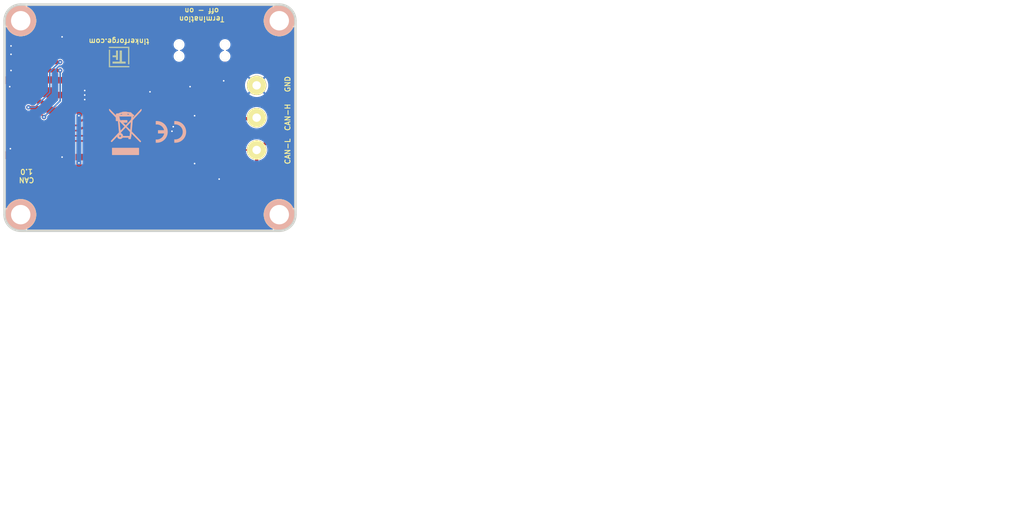
<source format=kicad_pcb>
(kicad_pcb (version 20221018) (generator pcbnew)
  (title_block (title "CAN Bricklet") (date "Di 17 Nov 2015") (rev "1.0") (company "Tinkerforge GmbH") (comment 1 "Licensed under CERN OHL v.1.1") (comment 2 "Copyright (©) 2015, B.Nordmeyer <bastian@tinkerforge.com>"))
  (layers (0 "F.Cu" signal "Vorderseite") (31 "B.Cu" signal "Rückseite") (34 "B.Paste" user) (35 "F.Paste" user) (36 "B.SilkS" user "B.Silkscreen") (37 "F.SilkS" user "F.Silkscreen") (38 "B.Mask" user) (39 "F.Mask" user) (44 "Edge.Cuts" user))
  (net 0 "")
  (net 1 "GND")
  (net 2 "SCL")
  (net 3 "SDA")
  (net 4 "VCC")
  (net 5 "Net-(C1-Pad2)")
  (net 6 "Net-(C8-Pad1)")
  (net 7 "Net-(P1-Pad6)")
  (net 8 "Net-(P1-Pad7)")
  (net 9 "Net-(P1-Pad8)")
  (net 10 "Net-(P1-Pad9)")
  (net 11 "Net-(P1-Pad10)")
  (net 12 "Net-(C1-Pad1)")
  (net 13 "+5V")
  (net 14 "Net-(C6-Pad1)")
  (net 15 "Net-(C11-Pad1)")
  (net 16 "Net-(C12-Pad1)")
  (net 17 "Net-(U2-Pad1)")
  (net 18 "Net-(U2-Pad2)")
  (net 19 "Net-(RP1-Pad1)")
  (net 20 "Net-(RP1-Pad2)")
  (net 21 "Net-(RP1-Pad3)")
  (net 22 "Net-(RP1-Pad4)")
  (net 23 "3V3")
  (net 24 "Net-(K1-Pad2)")
  (net 25 "Net-(R2-Pad1)")
  (net 26 "Net-(R3-Pad2)")
  (net 27 "Net-(R6-Pad2)")
  (net 28 "Net-(K1-Pad3)")
  (net 29 "Net-(U1-Pad7)")
  (net 30 "Net-(U2-Pad3)")
  (net 31 "Net-(U2-Pad4)")
  (net 32 "Net-(U2-Pad5)")
  (net 33 "Net-(U2-Pad6)")
  (net 34 "Net-(U2-Pad10)")
  (net 35 "Net-(U2-Pad11)")
  (net 36 "Net-(U2-Pad12)")
  (footprint "kicad-libraries:Logo_31x31" (layer "F.Cu") (at 144.6 92.8 180)
    (fp_text reference "G***" hide)
    (fp_text value "Logo_31x31" hide)
  )
  (footprint "kicad-libraries:Fiducial_Mark" (layer "F.Cu") (at 132.8 85.6)
    (fp_text reference "Fiducial_Mark" hide)
    (fp_text value "VAL**" hide)
    (pad "1" smd circle (at 0 0) (size 1.00076 1.00076) (layers "F.Cu" "F.Paste" "F.Mask") (clearance 0.65024))
  )
  (footprint "kicad-libraries:Fiducial_Mark" (layer "F.Cu") (at 167.8 110.6)
    (fp_text reference "Fiducial_Mark" hide)
    (fp_text value "VAL**" hide)
    (pad "1" smd circle (at 0 0) (size 1.00076 1.00076) (layers "F.Cu" "F.Paste" "F.Mask") (clearance 0.65024))
  )
  (footprint "kicad-libraries:Fiducial_Mark" (layer "F.Cu") (at 164.4 87.8)
    (fp_text reference "Fiducial_Mark" hide)
    (fp_text value "VAL**" hide)
    (pad "1" smd circle (at 0 0) (size 1.00076 1.00076) (layers "F.Cu" "F.Paste" "F.Mask") (clearance 0.65024))
  )
  (footprint "kicad-libraries:CON-SENSOR" (layer "F.Cu") (at 125.3 100.6 -90)
    (fp_text reference "P1")
    (fp_text value "CON-SENSOR")
    (pad "1" smd rect (at -4.50088 -4.7752 270) (size 0.59944 1.5494) (layers "F.Cu" "F.Paste" "F.Mask") (net 5 "Net-(C1-Pad2)"))
    (pad "2" smd rect (at -3.50012 -4.7752 270) (size 0.59944 1.5494) (layers "F.Cu" "F.Paste" "F.Mask") (net 12 "Net-(C1-Pad1)"))
    (pad "3" smd rect (at -2.49936 -4.7752 270) (size 0.59944 1.5494) (layers "F.Cu" "F.Paste" "F.Mask") (net 23 "3V3"))
    (pad "4" smd rect (at -1.50114 -4.7752 270) (size 0.59944 1.5494) (layers "F.Cu" "F.Paste" "F.Mask") (net 2 "SCL"))
    (pad "5" smd rect (at -0.50038 -4.7752 270) (size 0.59944 1.5494) (layers "F.Cu" "F.Paste" "F.Mask") (net 3 "SDA"))
    (pad "6" smd rect (at 0.50038 -4.7752 270) (size 0.59944 1.5494) (layers "F.Cu" "F.Paste" "F.Mask") (net 7 "Net-(P1-Pad6)"))
    (pad "7" smd rect (at 1.50114 -4.7752 270) (size 0.59944 1.5494) (layers "F.Cu" "F.Paste" "F.Mask") (net 8 "Net-(P1-Pad7)"))
    (pad "8" smd rect (at 2.49936 -4.7752 270) (size 0.59944 1.5494) (layers "F.Cu" "F.Paste" "F.Mask") (net 9 "Net-(P1-Pad8)"))
    (pad "9" smd rect (at 3.50012 -4.7752 270) (size 0.59944 1.5494) (layers "F.Cu" "F.Paste" "F.Mask") (net 10 "Net-(P1-Pad9)"))
    (pad "10" smd rect (at 4.50088 -4.7752 270) (size 0.59944 1.5494) (layers "F.Cu" "F.Paste" "F.Mask") (net 11 "Net-(P1-Pad10)"))
    (pad "EP" smd rect (at -5.79882 -0.89916 270) (size 1.19888 1.80086) (layers "F.Cu" "F.Paste" "F.Mask") (net 1 "GND"))
    (pad "EP" smd rect (at 5.79882 -0.89916 270) (size 1.19888 1.80086) (layers "F.Cu" "F.Paste" "F.Mask") (net 1 "GND"))
  )
  (footprint "kicad-libraries:0603X4" (layer "F.Cu") (at 134.5 103 -90)
    (fp_text reference "RP1")
    (fp_text value "100")
    (pad "1" smd rect (at 1.19888 -0.8509 270) (size 0.44958 0.89916) (layers "F.Cu" "F.Paste" "F.Mask") (net 19 "Net-(RP1-Pad1)"))
    (pad "2" smd rect (at 0.39878 -0.8509 270) (size 0.44958 0.89916) (layers "F.Cu" "F.Paste" "F.Mask") (net 20 "Net-(RP1-Pad2)"))
    (pad "3" smd rect (at -0.39878 -0.8509 270) (size 0.44958 0.89916) (layers "F.Cu" "F.Paste" "F.Mask") (net 21 "Net-(RP1-Pad3)"))
    (pad "4" smd rect (at -1.19888 -0.8509 270) (size 0.44958 0.89916) (layers "F.Cu" "F.Paste" "F.Mask") (net 22 "Net-(RP1-Pad4)"))
    (pad "5" smd rect (at -1.19888 0.8509 270) (size 0.44958 0.89916) (layers "F.Cu" "F.Paste" "F.Mask") (net 8 "Net-(P1-Pad7)"))
    (pad "6" smd rect (at -0.39878 0.8509 270) (size 0.44958 0.89916) (layers "F.Cu" "F.Paste" "F.Mask") (net 9 "Net-(P1-Pad8)"))
    (pad "7" smd rect (at 0.39878 0.8509 270) (size 0.44958 0.89916) (layers "F.Cu" "F.Paste" "F.Mask") (net 10 "Net-(P1-Pad9)"))
    (pad "8" smd rect (at 1.19888 0.8509 270) (size 0.44958 0.89916) (layers "F.Cu" "F.Paste" "F.Mask") (net 11 "Net-(P1-Pad10)"))
  )
  (footprint "kicad-libraries:SOIC8" (layer "F.Cu") (at 130.1 91.4 -90)
    (fp_text reference "U1")
    (fp_text value "M24C64")
    (pad "1" smd rect (at -1.90246 2.69748 90) (size 0.59944 1.5494) (layers "F.Cu" "F.Paste" "F.Mask") (net 1 "GND"))
    (pad "2" smd rect (at -0.63246 2.69748 90) (size 0.59944 1.5494) (layers "F.Cu" "F.Paste" "F.Mask") (net 1 "GND"))
    (pad "3" smd rect (at 0.63246 2.69748 90) (size 0.59944 1.5494) (layers "F.Cu" "F.Paste" "F.Mask") (net 7 "Net-(P1-Pad6)"))
    (pad "4" smd rect (at 1.90246 2.69748 90) (size 0.59944 1.5494) (layers "F.Cu" "F.Paste" "F.Mask") (net 1 "GND"))
    (pad "5" smd rect (at 1.90246 -2.69748 270) (size 0.59944 1.5494) (layers "F.Cu" "F.Paste" "F.Mask") (net 3 "SDA"))
    (pad "6" smd rect (at 0.63246 -2.69748 270) (size 0.59944 1.5494) (layers "F.Cu" "F.Paste" "F.Mask") (net 2 "SCL"))
    (pad "7" smd rect (at -0.63246 -2.69748 270) (size 0.59944 1.5494) (layers "F.Cu" "F.Paste" "F.Mask") (net 29 "Net-(U1-Pad7)"))
    (pad "8" smd rect (at -1.90246 -2.69748 270) (size 0.59944 1.5494) (layers "F.Cu" "F.Paste" "F.Mask") (net 23 "3V3"))
  )
  (footprint "kicad-libraries:SOIC-18" (layer "F.Cu") (at 144.4 101.7 180)
    (fp_text reference "U2")
    (fp_text value "MCP2515")
    (pad "1" smd rect (at -4.7 -5.08 180) (size 2 0.6) (layers "F.Cu" "F.Paste" "F.Mask") (net 17 "Net-(U2-Pad1)"))
    (pad "2" smd rect (at -4.7 -3.81 180) (size 2 0.6) (layers "F.Cu" "F.Paste" "F.Mask") (net 18 "Net-(U2-Pad2)"))
    (pad "3" smd rect (at -4.7 -2.54 180) (size 2 0.6) (layers "F.Cu" "F.Paste" "F.Mask") (net 30 "Net-(U2-Pad3)"))
    (pad "4" smd rect (at -4.7 -1.27 180) (size 2 0.6) (layers "F.Cu" "F.Paste" "F.Mask") (net 31 "Net-(U2-Pad4)"))
    (pad "5" smd rect (at -4.7 0 180) (size 2 0.6) (layers "F.Cu" "F.Paste" "F.Mask") (net 32 "Net-(U2-Pad5)"))
    (pad "6" smd rect (at -4.7 1.27 180) (size 2 0.6) (layers "F.Cu" "F.Paste" "F.Mask") (net 33 "Net-(U2-Pad6)"))
    (pad "7" smd rect (at -4.7 2.54 180) (size 2 0.6) (layers "F.Cu" "F.Paste" "F.Mask") (net 14 "Net-(C6-Pad1)"))
    (pad "8" smd rect (at -4.7 3.81 180) (size 2 0.6) (layers "F.Cu" "F.Paste" "F.Mask") (net 6 "Net-(C8-Pad1)"))
    (pad "9" smd rect (at -4.7 5.08 180) (size 2 0.6) (layers "F.Cu" "F.Paste" "F.Mask") (net 1 "GND"))
    (pad "10" smd rect (at 4.7 5.08 180) (size 2 0.6) (layers "F.Cu" "F.Paste" "F.Mask") (net 34 "Net-(U2-Pad10)"))
    (pad "11" smd rect (at 4.7 3.81 180) (size 2 0.6) (layers "F.Cu" "F.Paste" "F.Mask") (net 35 "Net-(U2-Pad11)"))
    (pad "12" smd rect (at 4.7 2.54 180) (size 2 0.6) (layers "F.Cu" "F.Paste" "F.Mask") (net 36 "Net-(U2-Pad12)"))
    (pad "13" smd rect (at 4.7 1.27 180) (size 2 0.6) (layers "F.Cu" "F.Paste" "F.Mask") (net 22 "Net-(RP1-Pad4)"))
    (pad "14" smd rect (at 4.7 0 180) (size 2 0.6) (layers "F.Cu" "F.Paste" "F.Mask") (net 21 "Net-(RP1-Pad3)"))
    (pad "15" smd rect (at 4.7 -1.27 180) (size 2 0.6) (layers "F.Cu" "F.Paste" "F.Mask") (net 20 "Net-(RP1-Pad2)"))
    (pad "16" smd rect (at 4.7 -2.54 180) (size 2 0.6) (layers "F.Cu" "F.Paste" "F.Mask") (net 19 "Net-(RP1-Pad1)"))
    (pad "17" smd rect (at 4.7 -3.81 180) (size 2 0.6) (layers "F.Cu" "F.Paste" "F.Mask") (net 25 "Net-(R2-Pad1)"))
    (pad "18" smd rect (at 4.7 -5.08 180) (size 2 0.6) (layers "F.Cu" "F.Paste" "F.Mask") (net 4 "VCC"))
  )
  (footprint "kicad-libraries:SOIC8" (layer "F.Cu") (at 155.5 104.4 -90)
    (fp_text reference "U3")
    (fp_text value "MCP2562")
    (pad "1" smd rect (at -1.90246 2.69748 90) (size 0.59944 1.5494) (layers "F.Cu" "F.Paste" "F.Mask") (net 17 "Net-(U2-Pad1)"))
    (pad "2" smd rect (at -0.63246 2.69748 90) (size 0.59944 1.5494) (layers "F.Cu" "F.Paste" "F.Mask") (net 1 "GND"))
    (pad "3" smd rect (at 0.63246 2.69748 90) (size 0.59944 1.5494) (layers "F.Cu" "F.Paste" "F.Mask") (net 13 "+5V"))
    (pad "4" smd rect (at 1.90246 2.69748 90) (size 0.59944 1.5494) (layers "F.Cu" "F.Paste" "F.Mask") (net 18 "Net-(U2-Pad2)"))
    (pad "5" smd rect (at 1.90246 -2.69748 270) (size 0.59944 1.5494) (layers "F.Cu" "F.Paste" "F.Mask") (net 4 "VCC"))
    (pad "6" smd rect (at 0.63246 -2.69748 270) (size 0.59944 1.5494) (layers "F.Cu" "F.Paste" "F.Mask") (net 28 "Net-(K1-Pad3)"))
    (pad "7" smd rect (at -0.63246 -2.69748 270) (size 0.59944 1.5494) (layers "F.Cu" "F.Paste" "F.Mask") (net 24 "Net-(K1-Pad2)"))
    (pad "8" smd rect (at -1.90246 -2.69748 270) (size 0.59944 1.5494) (layers "F.Cu" "F.Paste" "F.Mask") (net 26 "Net-(R3-Pad2)"))
  )
  (footprint "kicad-libraries:DRILL_NP" (layer "F.Cu") (at 167.8 115.6 90)
    (fp_text reference "U4" hide)
    (fp_text value "DRILL" hide)
    (pad "" np_thru_hole circle (at 0 0 90) (size 2.99974 2.99974) (drill 2.99974) (layers "*.Cu" "*.Mask" "F.SilkS") (clearance 0.89916))
  )
  (footprint "kicad-libraries:DRILL_NP" (layer "F.Cu") (at 167.8 85.6)
    (fp_text reference "U5" hide)
    (fp_text value "DRILL" hide)
    (pad "" np_thru_hole circle (at 0 0) (size 2.99974 2.99974) (drill 2.99974) (layers "*.Cu" "*.Mask" "F.SilkS") (clearance 0.89916))
  )
  (footprint "kicad-libraries:DRILL_NP" (layer "F.Cu") (at 127.8 115.6 90)
    (fp_text reference "U6" hide)
    (fp_text value "DRILL" hide)
    (pad "" np_thru_hole circle (at 0 0 90) (size 2.99974 2.99974) (drill 2.99974) (layers "*.Cu" "*.Mask" "F.SilkS") (clearance 0.89916))
  )
  (footprint "kicad-libraries:DRILL_NP" (layer "F.Cu") (at 127.8 85.6)
    (fp_text reference "U7" hide)
    (fp_text value "DRILL" hide)
    (pad "" np_thru_hole circle (at 0 0) (size 2.99974 2.99974) (drill 2.99974) (layers "*.Cu" "*.Mask" "F.SilkS") (clearance 0.89916))
  )
  (footprint "kicad-libraries:CRYSTAL_3225" (layer "F.Cu") (at 152.2 98.5 90)
    (fp_text reference "X1")
    (fp_text value "16MHz")
    (pad "1" smd rect (at -1.09982 0.8001 90) (size 1.39954 1.15062) (layers "F.Cu" "F.Paste" "F.Mask") (net 14 "Net-(C6-Pad1)"))
    (pad "2" smd rect (at 1.09982 -0.8001 90) (size 1.39954 1.15062) (layers "F.Cu" "F.Paste" "F.Mask") (net 6 "Net-(C8-Pad1)"))
    (pad "3" smd rect (at -1.09982 -0.8001 90) (size 1.39954 1.15062) (layers "F.Cu" "F.Paste" "F.Mask") (net 1 "GND"))
    (pad "3" smd rect (at 1.09982 0.8001 90) (size 1.39954 1.15062) (layers "F.Cu" "F.Paste" "F.Mask") (net 1 "GND"))
  )
  (footprint "kicad-libraries:SLIDE_SWITCH" (layer "F.Cu") (at 155.8 90.2)
    (fp_text reference "SW1")
    (fp_text value "Termination")
    (pad "" np_thru_hole circle (at -3.5 -0.9) (size 1.2 1.2) (drill 1.2) (layers "*.Cu" "*.Mask" "F.SilkS"))
    (pad "" np_thru_hole circle (at -3.5 0.9) (size 1.2 1.2) (drill 1.2) (layers "*.Cu" "*.Mask" "F.SilkS"))
    (pad "" np_thru_hole circle (at 3.6 -0.9) (size 1.2 1.2) (drill 1.2) (layers "*.Cu" "*.Mask" "F.SilkS"))
    (pad "" np_thru_hole circle (at 3.6 0.9) (size 1.2 1.2) (drill 1.2) (layers "*.Cu" "*.Mask" "F.SilkS"))
    (pad "1" smd rect (at -2.49936 3.2004) (size 1.19888 1.6002) (layers "F.Cu" "F.Paste" "F.Mask") (net 24 "Net-(K1-Pad2)"))
    (pad "2" smd rect (at 0 3.2004) (size 1.19888 1.6002) (layers "F.Cu" "F.Paste" "F.Mask") (net 27 "Net-(R6-Pad2)"))
    (pad "3" smd rect (at 2.49936 3.2004) (size 1.19888 1.6002) (layers "F.Cu" "F.Paste" "F.Mask"))
    (pad "4" smd rect (at 2.49936 -3.2004) (size 1.19888 1.6002) (layers "F.Cu" "F.Paste" "F.Mask"))
    (pad "5" smd rect (at 0 -3.2004) (size 1.19888 1.6002) (layers "F.Cu" "F.Paste" "F.Mask"))
    (pad "6" smd rect (at -2.49936 -3.2004) (size 1.19888 1.6002) (layers "F.Cu" "F.Paste" "F.Mask"))
  )
  (footprint "kicad-libraries:C0603E" (layer "F.Cu") (at 132.3 95.6 90)
    (fp_text reference "C1")
    (fp_text value "100nF")
    (pad "1" smd rect (at -0.8501 0 90) (size 1.1 1) (layers "F.Cu" "F.Paste" "F.Mask") (net 12 "Net-(C1-Pad1)"))
    (pad "2" smd rect (at 0.8501 0 90) (size 1.1 1) (layers "F.Cu" "F.Paste" "F.Mask") (net 5 "Net-(C1-Pad2)"))
  )
  (footprint "kicad-libraries:C0603E" (layer "F.Cu") (at 132.3 98.6 -90)
    (fp_text reference "C2")
    (fp_text value "100nF")
    (pad "1" smd rect (at -0.8501 0 270) (size 1.1 1) (layers "F.Cu" "F.Paste" "F.Mask") (net 12 "Net-(C1-Pad1)"))
    (pad "2" smd rect (at 0.8501 0 270) (size 1.1 1) (layers "F.Cu" "F.Paste" "F.Mask") (net 23 "3V3"))
  )
  (footprint "kicad-libraries:C0603E" (layer "F.Cu") (at 136.9 95.6 90)
    (fp_text reference "C3")
    (fp_text value "100nF")
    (pad "1" smd rect (at -0.8501 0 90) (size 1.1 1) (layers "F.Cu" "F.Paste" "F.Mask") (net 1 "GND"))
    (pad "2" smd rect (at 0.8501 0 90) (size 1.1 1) (layers "F.Cu" "F.Paste" "F.Mask") (net 13 "+5V"))
  )
  (footprint "kicad-libraries:C0603E" (layer "F.Cu") (at 136.9 98.6 -90)
    (fp_text reference "C4")
    (fp_text value "100nF")
    (pad "1" smd rect (at -0.8501 0 270) (size 1.1 1) (layers "F.Cu" "F.Paste" "F.Mask") (net 1 "GND"))
    (pad "2" smd rect (at 0.8501 0 270) (size 1.1 1) (layers "F.Cu" "F.Paste" "F.Mask") (net 4 "VCC"))
  )
  (footprint "kicad-libraries:C0603E" (layer "F.Cu") (at 136 106.7 180)
    (fp_text reference "C5")
    (fp_text value "100nF")
    (pad "1" smd rect (at -0.8501 0 180) (size 1.1 1) (layers "F.Cu" "F.Paste" "F.Mask") (net 4 "VCC"))
    (pad "2" smd rect (at 0.8501 0 180) (size 1.1 1) (layers "F.Cu" "F.Paste" "F.Mask") (net 1 "GND"))
  )
  (footprint "kicad-libraries:C0603E" (layer "F.Cu") (at 152.2 101.2 180)
    (fp_text reference "C6")
    (fp_text value "DNP")
    (pad "1" smd rect (at -0.8501 0 180) (size 1.1 1) (layers "F.Cu" "F.Paste" "F.Mask") (net 14 "Net-(C6-Pad1)"))
    (pad "2" smd rect (at 0.8501 0 180) (size 1.1 1) (layers "F.Cu" "F.Paste" "F.Mask") (net 1 "GND"))
  )
  (footprint "kicad-libraries:C0603E" (layer "F.Cu") (at 132.4 88.1)
    (fp_text reference "C7")
    (fp_text value "100nF")
    (pad "1" smd rect (at -0.8501 0) (size 1.1 1) (layers "F.Cu" "F.Paste" "F.Mask") (net 23 "3V3"))
    (pad "2" smd rect (at 0.8501 0) (size 1.1 1) (layers "F.Cu" "F.Paste" "F.Mask") (net 1 "GND"))
  )
  (footprint "kicad-libraries:C0603E" (layer "F.Cu") (at 152.2 95.8)
    (fp_text reference "C8")
    (fp_text value "DNP")
    (pad "1" smd rect (at -0.8501 0) (size 1.1 1) (layers "F.Cu" "F.Paste" "F.Mask") (net 6 "Net-(C8-Pad1)"))
    (pad "2" smd rect (at 0.8501 0) (size 1.1 1) (layers "F.Cu" "F.Paste" "F.Mask") (net 1 "GND"))
  )
  (footprint "kicad-libraries:C0603E" (layer "F.Cu") (at 156.6 107.7 180)
    (fp_text reference "C9")
    (fp_text value "100nF")
    (pad "1" smd rect (at -0.8501 0 180) (size 1.1 1) (layers "F.Cu" "F.Paste" "F.Mask") (net 4 "VCC"))
    (pad "2" smd rect (at 0.8501 0 180) (size 1.1 1) (layers "F.Cu" "F.Paste" "F.Mask") (net 1 "GND"))
  )
  (footprint "kicad-libraries:C0603E" (layer "F.Cu") (at 151.2 104.4 90)
    (fp_text reference "C10")
    (fp_text value "100nF")
    (pad "1" smd rect (at -0.8501 0 90) (size 1.1 1) (layers "F.Cu" "F.Paste" "F.Mask") (net 13 "+5V"))
    (pad "2" smd rect (at 0.8501 0 90) (size 1.1 1) (layers "F.Cu" "F.Paste" "F.Mask") (net 1 "GND"))
  )
  (footprint "kicad-libraries:C0603E" (layer "F.Cu") (at 134.6 94.8)
    (fp_text reference "FB1")
    (fp_text value "FILTER")
    (pad "1" smd rect (at -0.8501 0) (size 1.1 1) (layers "F.Cu" "F.Paste" "F.Mask") (net 5 "Net-(C1-Pad2)"))
    (pad "2" smd rect (at 0.8501 0) (size 1.1 1) (layers "F.Cu" "F.Paste" "F.Mask") (net 13 "+5V"))
  )
  (footprint "kicad-libraries:C0603E" (layer "F.Cu") (at 134.6 99.4)
    (fp_text reference "FB2")
    (fp_text value "FILTER")
    (pad "1" smd rect (at -0.8501 0) (size 1.1 1) (layers "F.Cu" "F.Paste" "F.Mask") (net 23 "3V3"))
    (pad "2" smd rect (at 0.8501 0) (size 1.1 1) (layers "F.Cu" "F.Paste" "F.Mask") (net 4 "VCC"))
  )
  (footprint "kicad-libraries:AKL_5_3" (layer "F.Cu") (at 164.3 100.6 -90)
    (fp_text reference "K1")
    (fp_text value "CONN_3")
    (pad "1" thru_hole circle (at -5 0 270) (size 2.99974 2.99974) (drill 1.30048) (layers "*.Cu" "*.Mask" "F.SilkS") (net 1 "GND"))
    (pad "2" thru_hole circle (at 0 0 270) (size 2.99974 2.99974) (drill 1.30048) (layers "*.Cu" "*.Mask" "F.SilkS") (net 24 "Net-(K1-Pad2)"))
    (pad "3" thru_hole circle (at 5 0 270) (size 2.99974 2.99974) (drill 1.30048) (layers "*.Cu" "*.Mask" "F.SilkS") (net 28 "Net-(K1-Pad3)"))
  )
  (footprint "kicad-libraries:R0603E" (layer "F.Cu") (at 134.6 97.1 180)
    (fp_text reference "R1")
    (fp_text value "0")
    (pad "1" smd rect (at -0.8501 0 180) (size 1.1 1) (layers "F.Cu" "F.Paste" "F.Mask") (net 1 "GND"))
    (pad "2" smd rect (at 0.8501 0 180) (size 1.1 1) (layers "F.Cu" "F.Paste" "F.Mask") (net 12 "Net-(C1-Pad1)"))
  )
  (footprint "kicad-libraries:R0603E" (layer "F.Cu") (at 140.5 108.7 180)
    (fp_text reference "R2")
    (fp_text value "10k")
    (pad "1" smd rect (at -0.8501 0 180) (size 1.1 1) (layers "F.Cu" "F.Paste" "F.Mask") (net 25 "Net-(R2-Pad1)"))
    (pad "2" smd rect (at 0.8501 0 180) (size 1.1 1) (layers "F.Cu" "F.Paste" "F.Mask") (net 4 "VCC"))
  )
  (footprint "kicad-libraries:R0603E" (layer "F.Cu") (at 155.5 101.2)
    (fp_text reference "R3")
    (fp_text value "1k")
    (pad "1" smd rect (at -0.8501 0) (size 1.1 1) (layers "F.Cu" "F.Paste" "F.Mask") (net 1 "GND"))
    (pad "2" smd rect (at 0.8501 0) (size 1.1 1) (layers "F.Cu" "F.Paste" "F.Mask") (net 26 "Net-(R3-Pad2)"))
  )
  (footprint "kicad-libraries:R0603E" (layer "F.Cu") (at 163.5 110.1)
    (fp_text reference "R4")
    (fp_text value "120")
    (pad "1" smd rect (at -0.8501 0) (size 1.1 1) (layers "F.Cu" "F.Paste" "F.Mask") (net 15 "Net-(C11-Pad1)"))
    (pad "2" smd rect (at 0.8501 0) (size 1.1 1) (layers "F.Cu" "F.Paste" "F.Mask") (net 28 "Net-(K1-Pad3)"))
  )
  (footprint "kicad-libraries:R0603E" (layer "F.Cu") (at 159.2 99.9 -90)
    (fp_text reference "R5")
    (fp_text value "120")
    (pad "1" smd rect (at -0.8501 0 270) (size 1.1 1) (layers "F.Cu" "F.Paste" "F.Mask") (net 16 "Net-(C12-Pad1)"))
    (pad "2" smd rect (at 0.8501 0 270) (size 1.1 1) (layers "F.Cu" "F.Paste" "F.Mask") (net 24 "Net-(K1-Pad2)"))
  )
  (footprint "kicad-libraries:R0603E" (layer "F.Cu") (at 163.7 91.8 180)
    (fp_text reference "R6")
    (fp_text value "120")
    (pad "1" smd rect (at -0.8501 0 180) (size 1.1 1) (layers "F.Cu" "F.Paste" "F.Mask") (net 28 "Net-(K1-Pad3)"))
    (pad "2" smd rect (at 0.8501 0 180) (size 1.1 1) (layers "F.Cu" "F.Paste" "F.Mask") (net 27 "Net-(R6-Pad2)"))
  )
  (footprint "kicad-libraries:C0603E" (layer "F.Cu") (at 160.3 110.1 180)
    (fp_text reference "C11")
    (fp_text value "470pF")
    (pad "1" smd rect (at -0.8501 0 180) (size 1.1 1) (layers "F.Cu" "F.Paste" "F.Mask") (net 15 "Net-(C11-Pad1)"))
    (pad "2" smd rect (at 0.8501 0 180) (size 1.1 1) (layers "F.Cu" "F.Paste" "F.Mask") (net 1 "GND"))
  )
  (footprint "kicad-libraries:C0603E" (layer "F.Cu") (at 159.2 96.7 90)
    (fp_text reference "C12")
    (fp_text value "470pF")
    (pad "1" smd rect (at -0.8501 0 90) (size 1.1 1) (layers "F.Cu" "F.Paste" "F.Mask") (net 16 "Net-(C12-Pad1)"))
    (pad "2" smd rect (at 0.8501 0 90) (size 1.1 1) (layers "F.Cu" "F.Paste" "F.Mask") (net 1 "GND"))
  )
  (footprint "kicad-libraries:WEEE_7mm" (layer "B.Cu") (at 144 102.8 180)
    (fp_text reference "VAL" hide)
    (fp_text value "WEEE_7mm" hide)
  )
  (footprint "kicad-libraries:CE_5mm" (layer "B.Cu") (at 151 102.8 180)
    (fp_text reference "VAL" hide)
    (fp_text value "CE_5mm" hide)
  )
  (gr_line (start 170.3 85.6) (end 170.3 115.6) (stroke (width 0.381)) (layer "Edge.Cuts"))
  (gr_arc (start 170.3 115.6) (mid 169.567767 117.367767) (end 167.8 118.1) (stroke (width 0.381)) (layer "Edge.Cuts"))
  (gr_arc (start 125.3 85.6) (mid 126.032233 83.832233) (end 127.8 83.1) (stroke (width 0.381)) (layer "Edge.Cuts"))
  (gr_arc (start 127.8 118.1) (mid 126.032233 117.367767) (end 125.3 115.6) (stroke (width 0.381)) (layer "Edge.Cuts"))
  (gr_arc (start 167.8 83.1) (mid 169.567767 83.832233) (end 170.3 85.6) (stroke (width 0.381)) (layer "Edge.Cuts"))
  (gr_line (start 167.8 118.1) (end 127.8 118.1) (stroke (width 0.381)) (layer "Edge.Cuts"))
  (gr_line (start 127.8 83.1) (end 167.8 83.1) (stroke (width 0.381)) (layer "Edge.Cuts"))
  (gr_line (start 125.3 115.6) (end 125.3 85.6) (stroke (width 0.381)) (layer "Edge.Cuts"))
  (gr_text "CAN\n1.0" (at 128.7 109.6 180) (layer "F.SilkS") (effects (font (size 0.8001 0.8001) (thickness 0.14986))))
  (gr_text "CAN-L  CAN-H   GND" (at 169.1 101 90) (layer "F.SilkS") (effects (font (size 0.8 0.8))))
  (gr_text "tinkerforge.com" (at 143 88.8 180) (layer "F.SilkS") (effects (font (size 0.8001 0.8001) (thickness 0.14986))))
  (gr_text "Termination\noff - on" (at 155.8 84.7 180) (layer "F.SilkS") (effects (font (size 0.8 0.8))))
  (segment (start 136.9 97.1) (end 137.7 97.1) (width 0.8001) (layer "F.Cu") (net 1))
  (segment (start 137.6499 96.4501) (end 137.7 96.4) (width 0.249) (layer "F.Cu") (net 1))
  (segment (start 137 97.1) (end 137.7 97.8) (width 0.8001) (layer "F.Cu") (net 1))
  (segment (start 147.82 96.62) (end 147.8 96.6) (width 0.5) (layer "F.Cu") (net 1))
  (segment (start 153.0001 95.85) (end 153.0501 95.8) (width 0.5) (layer "F.Cu") (net 1))
  (segment (start 151.3499 99.64982) (end 151.3999 99.59982) (width 0.5) (layer "F.Cu") (net 1))
  (segment (start 151.3499 101.9499) (end 151.4 102) (width 0.5) (layer "F.Cu") (net 1))
  (segment (start 151.41764 103.76754) (end 151.2 103.5499) (width 0.5) (layer "F.Cu") (net 1))
  (segment (start 154.6499 100.3501) (end 154.7 100.3) (width 0.5) (layer "F.Cu") (net 1))
  (segment (start 126.19916 105.40084) (end 126.2 105.4) (width 0.25) (layer "F.Cu") (net 1))
  (segment (start 126.19916 95.70084) (end 126.1 95.8) (width 0.25) (layer "F.Cu") (net 1))
  (segment (start 126.30246 93.30246) (end 126.3 93.3) (width 0.25) (layer "F.Cu") (net 1))
  (segment (start 126.33246 90.76754) (end 126.3 90.8) (width 0.25) (layer "F.Cu") (net 1))
  (segment (start 126.30246 89.49754) (end 126.3 89.5) (width 0.25) (layer "F.Cu") (net 1))
  (segment (start 127.40252 90.76754) (end 126.33246 90.76754) (width 0.25) (layer "F.Cu") (net 1))
  (segment (start 136.9 97.1) (end 136.9 96.4501) (width 0.249) (layer "F.Cu") (net 1))
  (segment (start 133.2501 88.1) (end 134.2 88.1) (width 0.25) (layer "F.Cu") (net 1))
  (segment (start 126.19916 106.39882) (end 126.19916 105.40084) (width 0.25) (layer "F.Cu") (net 1))
  (segment (start 136.9 96.4501) (end 137.6499 96.4501) (width 0.8001) (layer "F.Cu") (net 1))
  (segment (start 127.40252 93.30246) (end 126.30246 93.30246) (width 0.25) (layer "F.Cu") (net 1))
  (segment (start 126.19916 94.80118) (end 126.19916 95.70084) (width 0.25) (layer "F.Cu") (net 1))
  (segment (start 159.4499 110.1) (end 158.5 110.1) (width 0.5) (layer "F.Cu") (net 1))
  (segment (start 136.9 97.1) (end 137 97.1) (width 0.249) (layer "F.Cu") (net 1))
  (segment (start 149.1 96.62) (end 147.82 96.62) (width 0.5) (layer "F.Cu") (net 1))
  (segment (start 154.6499 101.2) (end 154.6499 100.3501) (width 0.5) (layer "F.Cu") (net 1))
  (segment (start 153.0001 97.40018) (end 153.0001 95.85) (width 0.5) (layer "F.Cu") (net 1))
  (segment (start 136.9 97.1) (end 136.9 97.7499) (width 0.249) (layer "F.Cu") (net 1))
  (segment (start 153.0501 95.8) (end 154 95.8) (width 0.5) (layer "F.Cu") (net 1))
  (segment (start 152.80252 103.76754) (end 151.41764 103.76754) (width 0.5) (layer "F.Cu") (net 1))
  (segment (start 151.3499 101.2) (end 151.3499 101.9499) (width 0.5) (layer "F.Cu") (net 1))
  (segment (start 135.4501 97.1) (end 136.9 97.1) (width 0.8001) (layer "F.Cu") (net 1))
  (segment (start 151.3499 101.2) (end 151.3499 99.64982) (width 0.5) (layer "F.Cu") (net 1))
  (segment (start 155.7499 107.7) (end 154.7 107.7) (width 0.5) (layer "F.Cu") (net 1))
  (segment (start 135.1499 106.7) (end 134.2 106.7) (width 0.5) (layer "F.Cu") (net 1))
  (segment (start 151.2 103.5499) (end 151.2 102.7) (width 0.5) (layer "F.Cu") (net 1))
  (segment (start 159.2 95.8499) (end 159.2 94.9) (width 0.5) (layer "F.Cu") (net 1))
  (segment (start 127.40252 89.49754) (end 126.30246 89.49754) (width 0.25) (layer "F.Cu") (net 1))
  (via (at 154 95.8) (size 0.70104) (drill 0.24892) (layers "F.Cu" "B.Cu") (net 1))
  (via (at 126.3 90.8) (size 0.70104) (drill 0.24892) (layers "F.Cu" "B.Cu") (net 1))
  (via (at 159.2 94.9) (size 0.70104) (drill 0.24892) (layers "F.Cu" "B.Cu") (net 1))
  (via (at 158.5 110.1) (size 0.70104) (drill 0.24892) (layers "F.Cu" "B.Cu") (net 1))
  (via (at 126.1 95.8) (size 0.70104) (drill 0.24892) (layers "F.Cu" "B.Cu") (net 1))
  (via (at 126.3 93.3) (size 0.70104) (drill 0.24892) (layers "F.Cu" "B.Cu") (net 1))
  (via (at 154.7 107.7) (size 0.70104) (drill 0.24892) (layers "F.Cu" "B.Cu") (net 1))
  (via (at 137.7 97.8) (size 0.70104) (drill 0.24892) (layers "F.Cu" "B.Cu") (net 1))
  (via (at 126.2 105.4) (size 0.70104) (drill 0.24892) (layers "F.Cu" "B.Cu") (net 1))
  (via (at 151.2 102.7) (size 0.70104) (drill 0.24892) (layers "F.Cu" "B.Cu") (net 1))
  (via (at 151.4 102) (size 0.70104) (drill 0.24892) (layers "F.Cu" "B.Cu") (net 1))
  (via (at 147.8 96.6) (size 0.70104) (drill 0.24892) (layers "F.Cu" "B.Cu") (net 1))
  (via (at 137.7 97.1) (size 0.70104) (drill 0.24892) (layers "F.Cu" "B.Cu") (net 1))
  (via (at 126.3 89.5) (size 0.70104) (drill 0.24892) (layers "F.Cu" "B.Cu") (net 1))
  (via (at 154.7 100.3) (size 0.70104) (drill 0.24892) (layers "F.Cu" "B.Cu") (net 1))
  (via (at 134.2 106.7) (size 0.70104) (drill 0.24892) (layers "F.Cu" "B.Cu") (net 1))
  (via (at 137.7 96.4) (size 0.70104) (drill 0.24892) (layers "F.Cu" "B.Cu") (net 1))
  (via (at 134.2 88.1) (size 0.70104) (drill 0.24892) (layers "F.Cu" "B.Cu") (net 1))
  (segment (start 133.86754 92.03246) (end 133.9 92) (width 0.25) (layer "F.Cu") (net 2))
  (segment (start 129.09886 99.09886) (end 129 99) (width 0.25) (layer "F.Cu") (net 2))
  (segment (start 132.79748 92.03246) (end 133.86754 92.03246) (width 0.25) (layer "F.Cu") (net 2))
  (segment (start 129.09886 99.09886) (end 130.0752 99.09886) (width 0.25) (layer "F.Cu") (net 2))
  (via (at 133.9 92) (size 0.70104) (drill 0.24892) (layers "F.Cu" "B.Cu") (net 2))
  (via (at 129 99) (size 0.70104) (drill 0.24892) (layers "F.Cu" "B.Cu") (net 2))
  (segment (start 133.8 92) (end 132.3 93.5) (width 0.25) (layer "B.Cu") (net 2))
  (segment (start 132.3 93.5) (end 132.3 96.7) (width 0.25) (layer "B.Cu") (net 2))
  (segment (start 132.3 96.7) (end 130 99) (width 0.25) (layer "B.Cu") (net 2))
  (segment (start 130 99) (end 129 99) (width 0.25) (layer "B.Cu") (net 2))
  (segment (start 133.9 92) (end 133.8 92) (width 0.25) (layer "B.Cu") (net 2))
  (segment (start 133.89754 93.30246) (end 133.9 93.3) (width 0.25) (layer "F.Cu") (net 3))
  (segment (start 130.99962 100.09962) (end 131.4 100.5) (width 0.25) (layer "F.Cu") (net 3))
  (segment (start 130.0752 100.09962) (end 130.99962 100.09962) (width 0.25) (layer "F.Cu") (net 3))
  (segment (start 133.89754 93.30246) (end 132.79748 93.30246) (width 0.25) (layer "F.Cu") (net 3))
  (via (at 131.4 100.5) (size 0.70104) (drill 0.24892) (layers "F.Cu" "B.Cu") (net 3))
  (via (at 133.9 93.3) (size 0.70104) (drill 0.24892) (layers "F.Cu" "B.Cu") (net 3))
  (segment (start 131.4 100.5) (end 133.9 98) (width 0.25) (layer "B.Cu") (net 3))
  (segment (start 133.9 98) (end 133.9 93.3) (width 0.25) (layer "B.Cu") (net 3))
  (segment (start 158.19748 106.50252) (end 157.4501 107.2499) (width 0.249) (layer "F.Cu") (net 4))
  (segment (start 157.4501 107.2499) (end 157.4501 107.7) (width 0.249) (layer "F.Cu") (net 4))
  (segment (start 136.8499 99.4) (end 136.9 99.4501) (width 0.249) (layer "F.Cu") (net 4))
  (segment (start 136.9 100.2) (end 136.8 100.3) (width 0.249) (layer "F.Cu") (net 4))
  (segment (start 136.8 107.6) (end 136.8501 107.5499) (width 0.249) (layer "F.Cu") (net 4))
  (segment (start 136.8501 107.5499) (end 136.8501 106.7) (width 0.249) (layer "F.Cu") (net 4))
  (segment (start 136.9301 106.78) (end 136.8501 106.7) (width 0.249) (layer "F.Cu") (net 4))
  (segment (start 137.9 108.7) (end 136.8 107.6) (width 0.249) (layer "F.Cu") (net 4))
  (segment (start 136.8 109.4) (end 139 111.6) (width 0.8001) (layer "F.Cu") (net 4))
  (segment (start 139 111.6) (end 155.3 111.6) (width 0.8001) (layer "F.Cu") (net 4))
  (segment (start 155.3 111.6) (end 157.4501 109.4499) (width 0.8001) (layer "F.Cu") (net 4))
  (segment (start 157.4501 109.4499) (end 157.4501 107.7) (width 0.8001) (layer "F.Cu") (net 4))
  (segment (start 136.9 99.4501) (end 136.9 100.2) (width 0.8001) (layer "F.Cu") (net 4))
  (segment (start 135.4501 99.4) (end 136.8499 99.4) (width 0.8001) (layer "F.Cu") (net 4))
  (segment (start 136.8 107.6) (end 136.8 109.4) (width 0.8001) (layer "F.Cu") (net 4))
  (segment (start 158.19748 106.30246) (end 158.19748 106.50252) (width 0.249) (layer "F.Cu") (net 4))
  (segment (start 139.7 106.78) (end 136.9301 106.78) (width 0.249) (layer "F.Cu") (net 4))
  (segment (start 139.6499 108.7) (end 137.9 108.7) (width 0.249) (layer "F.Cu") (net 4))
  (via (at 136.8 107.6) (size 0.70104) (drill 0.24892) (layers "F.Cu" "B.Cu") (net 4))
  (via (at 136.8 100.3) (size 0.70104) (drill 0.24892) (layers "F.Cu" "B.Cu") (net 4))
  (segment (start 136.8 100.3) (end 136.8 107.6) (width 0.8001) (layer "B.Cu") (net 4))
  (segment (start 132.3501 94.8) (end 132.3 94.7499) (width 0.249) (layer "F.Cu") (net 5))
  (segment (start 130.80088 96.09912) (end 131.4 95.5) (width 0.59944) (layer "F.Cu") (net 5))
  (segment (start 131.4 95.5) (end 131.4 95.1) (width 0.59944) (layer "F.Cu") (net 5))
  (segment (start 131.4 95.1) (end 131.7501 94.7499) (width 0.59944) (layer "F.Cu") (net 5))
  (segment (start 131.7501 94.7499) (end 132.3 94.7499) (width 0.59944) (layer "F.Cu") (net 5))
  (segment (start 133.7499 94.8) (end 132.3501 94.8) (width 0.8001) (layer "F.Cu") (net 5))
  (segment (start 130.0752 96.09912) (end 130.80088 96.09912) (width 0.249) (layer "F.Cu") (net 5))
  (segment (start 150.31 97.89) (end 150.79982 97.40018) (width 0.249) (layer "F.Cu") (net 6))
  (segment (start 150.79982 97.40018) (end 151.3999 97.40018) (width 0.249) (layer "F.Cu") (net 6))
  (segment (start 151.3999 95.85) (end 151.3499 95.8) (width 0.249) (layer "F.Cu") (net 6))
  (segment (start 151.3999 97.40018) (end 151.3999 95.85) (width 0.249) (layer "F.Cu") (net 6))
  (segment (start 149.1 97.89) (end 150.31 97.89) (width 0.249) (layer "F.Cu") (net 6))
  (segment (start 129.10038 101.10038) (end 128.3 100.3) (width 0.25) (layer "F.Cu") (net 7))
  (segment (start 128.3 100.3) (end 128.3 94.3) (width 0.25) (layer "F.Cu") (net 7))
  (segment (start 128.3 94.3) (end 128.9 93.7) (width 0.25) (layer "F.Cu") (net 7))
  (segment (start 128.9 93.7) (end 128.9 92.6) (width 0.25) (layer "F.Cu") (net 7))
  (segment (start 128.9 92.6) (end 128.33246 92.03246) (width 0.25) (layer "F.Cu") (net 7))
  (segment (start 128.33246 92.03246) (end 127.40252 92.03246) (width 0.25) (layer "F.Cu") (net 7))
  (segment (start 130.0752 101.10038) (end 129.10038 101.10038) (width 0.25) (layer "F.Cu") (net 7))
  (segment (start 131.39886 102.10114) (end 131.69888 101.80112) (width 0.249) (layer "F.Cu") (net 8))
  (segment (start 131.69888 101.80112) (end 133.6491 101.80112) (width 0.249) (layer "F.Cu") (net 8))
  (segment (start 130.0752 102.10114) (end 131.39886 102.10114) (width 0.249) (layer "F.Cu") (net 8))
  (segment (start 131.30064 103.09936) (end 131.79878 102.60122) (width 0.249) (layer "F.Cu") (net 9))
  (segment (start 131.79878 102.60122) (end 133.6491 102.60122) (width 0.249) (layer "F.Cu") (net 9))
  (segment (start 130.0752 103.09936) (end 131.30064 103.09936) (width 0.249) (layer "F.Cu") (net 9))
  (segment (start 131.29988 104.10012) (end 132.00122 103.39878) (width 0.249) (layer "F.Cu") (net 10))
  (segment (start 132.00122 103.39878) (end 133.6491 103.39878) (width 0.249) (layer "F.Cu") (net 10))
  (segment (start 130.0752 104.10012) (end 131.29988 104.10012) (width 0.249) (layer "F.Cu") (net 10))
  (segment (start 131.19912 105.10088) (end 132.10112 104.19888) (width 0.249) (layer "F.Cu") (net 11))
  (segment (start 132.10112 104.19888) (end 133.6491 104.19888) (width 0.249) (layer "F.Cu") (net 11))
  (segment (start 130.0752 105.10088) (end 131.19912 105.10088) (width 0.249) (layer "F.Cu") (net 11))
  (segment (start 133.74978 97.09988) (end 133.7499 97.1) (width 0.249) (layer "F.Cu") (net 12))
  (segment (start 132.3 97.09988) (end 133.74978 97.09988) (width 0.8001) (layer "F.Cu") (net 12))
  (segment (start 132.3 97.09988) (end 132.3 96.4501) (width 0.249) (layer "F.Cu") (net 12))
  (segment (start 132.3 97.09988) (end 132.3 97.7499) (width 0.249) (layer "F.Cu") (net 12))
  (segment (start 130.0752 97.09988) (end 132.3 97.09988) (width 0.59944) (layer "F.Cu") (net 12))
  (segment (start 151.41764 105.03246) (end 151.2 105.2501) (width 0.249) (layer "F.Cu") (net 13))
  (segment (start 150.5501 105.2501) (end 150.2 104.9) (width 0.249) (layer "F.Cu") (net 13))
  (segment (start 150.2 104.9) (end 147.5 104.9) (width 0.249) (layer "F.Cu") (net 13))
  (segment (start 147.5 104.9) (end 144.8 102.2) (width 0.249) (layer "F.Cu") (net 13))
  (segment (start 144.8 102.2) (end 144.8 97.8) (width 0.249) (layer "F.Cu") (net 13))
  (segment (start 144.8 97.8) (end 141.7499 94.7499) (width 0.249) (layer "F.Cu") (net 13))
  (segment (start 141.7499 94.7499) (end 136.9 94.7499) (width 0.249) (layer "F.Cu") (net 13))
  (segment (start 136.8499 94.8) (end 136.9 94.7499) (width 0.249) (layer "F.Cu") (net 13))
  (segment (start 135.4501 94.8) (end 136.8499 94.8) (width 0.8001) (layer "F.Cu") (net 13))
  (segment (start 152.80252 105.03246) (end 151.41764 105.03246) (width 0.249) (layer "F.Cu") (net 13))
  (segment (start 151.2 105.2501) (end 150.5501 105.2501) (width 0.249) (layer "F.Cu") (net 13))
  (segment (start 153.0501 99.64982) (end 153.0001 99.59982) (width 0.249) (layer "F.Cu") (net 14))
  (segment (start 153.0001 99.0001) (end 152.5 98.5) (width 0.249) (layer "F.Cu") (net 14))
  (segment (start 152.5 98.5) (end 150.8 98.5) (width 0.249) (layer "F.Cu") (net 14))
  (segment (start 150.8 98.5) (end 150.14 99.16) (width 0.249) (layer "F.Cu") (net 14))
  (segment (start 150.14 99.16) (end 149.1 99.16) (width 0.249) (layer "F.Cu") (net 14))
  (segment (start 153.0501 101.2) (end 153.0501 99.64982) (width 0.249) (layer "F.Cu") (net 14))
  (segment (start 153.0001 99.59982) (end 153.0001 99.0001) (width 0.249) (layer "F.Cu") (net 14))
  (segment (start 162.6499 110.1) (end 161.1501 110.1) (width 0.5) (layer "F.Cu") (net 15))
  (segment (start 159.2 97.5501) (end 159.2 99.0499) (width 0.5) (layer "F.Cu") (net 16))
  (segment (start 150.18 106.78) (end 150.7 107.3) (width 0.25) (layer "F.Cu") (net 17))
  (segment (start 150.7 107.3) (end 153.5 107.3) (width 0.25) (layer "F.Cu") (net 17))
  (segment (start 153.5 107.3) (end 154.2 106.6) (width 0.25) (layer "F.Cu") (net 17))
  (segment (start 154.2 106.6) (end 154.2 103.2) (width 0.25) (layer "F.Cu") (net 17))
  (segment (start 154.2 103.2) (end 153.49754 102.49754) (width 0.25) (layer "F.Cu") (net 17))
  (segment (start 153.49754 102.49754) (end 152.80252 102.49754) (width 0.25) (layer "F.Cu") (net 17))
  (segment (start 149.1 106.78) (end 150.18 106.78) (width 0.25) (layer "F.Cu") (net 17))
  (segment (start 150.70246 106.30246) (end 149.91 105.51) (width 0.249) (layer "F.Cu") (net 18))
  (segment (start 149.91 105.51) (end 149.1 105.51) (width 0.249) (layer "F.Cu") (net 18))
  (segment (start 152.80252 106.30246) (end 150.70246 106.30246) (width 0.249) (layer "F.Cu") (net 18))
  (segment (start 137.39888 104.19888) (end 137.44 104.24) (width 0.249) (layer "F.Cu") (net 19))
  (segment (start 137.44 104.24) (end 139.7 104.24) (width 0.249) (layer "F.Cu") (net 19))
  (segment (start 135.3509 104.19888) (end 137.39888 104.19888) (width 0.249) (layer "F.Cu") (net 19))
  (segment (start 137.83 102.97) (end 137.40122 103.39878) (width 0.249) (layer "F.Cu") (net 20))
  (segment (start 137.40122 103.39878) (end 135.3509 103.39878) (width 0.249) (layer "F.Cu") (net 20))
  (segment (start 139.7 102.97) (end 137.83 102.97) (width 0.249) (layer "F.Cu") (net 20))
  (segment (start 136.89878 102.60122) (end 137.8 101.7) (width 0.249) (layer "F.Cu") (net 21))
  (segment (start 137.8 101.7) (end 139.7 101.7) (width 0.249) (layer "F.Cu") (net 21))
  (segment (start 135.3509 102.60122) (end 136.89878 102.60122) (width 0.249) (layer "F.Cu") (net 21))
  (segment (start 137.87 100.43) (end 136.49888 101.80112) (width 0.249) (layer "F.Cu") (net 22))
  (segment (start 136.49888 101.80112) (end 135.3509 101.80112) (width 0.249) (layer "F.Cu") (net 22))
  (segment (start 139.7 100.43) (end 137.87 100.43) (width 0.249) (layer "F.Cu") (net 22))
  (segment (start 131.00064 98.10064) (end 131.3 98.4) (width 0.59944) (layer "F.Cu") (net 23))
  (segment (start 131.3 98.4) (end 131.3 99.1) (width 0.59944) (layer "F.Cu") (net 23))
  (segment (start 131.3 99.1) (end 131.6501 99.4501) (width 0.59944) (layer "F.Cu") (net 23))
  (segment (start 131.6501 99.4501) (end 132.3 99.4501) (width 0.59944) (layer "F.Cu") (net 23))
  (segment (start 133.6998 99.4501) (end 133.7499 99.4) (width 0.249) (layer "F.Cu") (net 23))
  (segment (start 132.19754 89.49754) (end 131.5499 88.8499) (width 0.25) (layer "F.Cu") (net 23))
  (segment (start 131.5499 88.8499) (end 131.5499 88.1) (width 0.25) (layer "F.Cu") (net 23))
  (segment (start 130.8 88.1) (end 129.7 89.2) (width 0.25) (layer "F.Cu") (net 23))
  (segment (start 129.7 89.2) (end 129.7 94.3) (width 0.25) (layer "F.Cu") (net 23))
  (segment (start 129.7 94.3) (end 128.8 95.2) (width 0.25) (layer "F.Cu") (net 23))
  (segment (start 128.8 95.2) (end 128.8 97.8) (width 0.25) (layer "F.Cu") (net 23))
  (segment (start 128.8 97.8) (end 129.10064 98.10064) (width 0.25) (layer "F.Cu") (net 23))
  (segment (start 129.10064 98.10064) (end 130.0752 98.10064) (width 0.25) (layer "F.Cu") (net 23))
  (segment (start 132.79748 89.49754) (end 132.19754 89.49754) (width 0.25) (layer "F.Cu") (net 23))
  (segment (start 130.0752 98.10064) (end 131.00064 98.10064) (width 0.59944) (layer "F.Cu") (net 23))
  (segment (start 131.5499 88.1) (end 130.8 88.1) (width 0.25) (layer "F.Cu") (net 23))
  (segment (start 132.3 99.4501) (end 133.6998 99.4501) (width 0.8001) (layer "F.Cu") (net 23))
  (segment (start 159.23246 103.76754) (end 159.7 103.3) (width 0.249) (layer "F.Cu") (net 24))
  (segment (start 164.1499 100.7501) (end 164.3 100.6) (width 0.249) (layer "F.Cu") (net 24))
  (segment (start 159.7 102) (end 159.2 101.5) (width 0.249) (layer "F.Cu") (net 24))
  (segment (start 159.2 101.5) (end 159.2 100.7501) (width 0.249) (layer "F.Cu") (net 24))
  (segment (start 158.5501 100.7501) (end 156.9 99.1) (width 0.5) (layer "F.Cu") (net 24))
  (segment (start 156.9 99.1) (end 156.9 97.1) (width 0.5) (layer "F.Cu") (net 24))
  (segment (start 156.9 97.1) (end 154.5 94.7) (width 0.5) (layer "F.Cu") (net 24))
  (segment (start 154.5 94.7) (end 153.6 94.7) (width 0.5) (layer "F.Cu") (net 24))
  (segment (start 153.6 94.7) (end 153.30064 94.40064) (width 0.5) (layer "F.Cu") (net 24))
  (segment (start 153.30064 94.40064) (end 153.30064 93.4004) (width 0.5) (layer "F.Cu") (net 24))
  (segment (start 159.2 100.7501) (end 164.1499 100.7501) (width 0.5) (layer "F.Cu") (net 24))
  (segment (start 158.19748 103.76754) (end 159.23246 103.76754) (width 0.249) (layer "F.Cu") (net 24))
  (segment (start 159.2 100.7501) (end 158.5501 100.7501) (width 0.5) (layer "F.Cu") (net 24))
  (segment (start 159.7 103.3) (end 159.7 102) (width 0.249) (layer "F.Cu") (net 24))
  (segment (start 141.01 105.51) (end 141.3501 105.8501) (width 0.249) (layer "F.Cu") (net 25))
  (segment (start 141.3501 105.8501) (end 141.3501 108.7) (width 0.249) (layer "F.Cu") (net 25))
  (segment (start 139.7 105.51) (end 141.01 105.51) (width 0.249) (layer "F.Cu") (net 25))
  (segment (start 156.89754 102.49754) (end 156.3501 101.9501) (width 0.249) (layer "F.Cu") (net 26))
  (segment (start 156.3501 101.9501) (end 156.3501 101.2) (width 0.249) (layer "F.Cu") (net 26))
  (segment (start 158.19748 102.49754) (end 156.89754 102.49754) (width 0.249) (layer "F.Cu") (net 26))
  (segment (start 155.8 92.4) (end 156 92.2) (width 0.5) (layer "F.Cu") (net 27))
  (segment (start 156 92.2) (end 161.1 92.2) (width 0.5) (layer "F.Cu") (net 27))
  (segment (start 161.5 91.8) (end 161.1 92.2) (width 0.5) (layer "F.Cu") (net 27))
  (segment (start 162.8499 91.8) (end 161.5 91.8) (width 0.5) (layer "F.Cu") (net 27))
  (segment (start 155.8 93.4004) (end 155.8 92.4) (width 0.5) (layer "F.Cu") (net 27))
  (segment (start 164.3 110.0499) (end 164.3501 110.1) (width 0.249) (layer "F.Cu") (net 28))
  (segment (start 160.83246 105.03246) (end 161.4 105.6) (width 0.249) (layer "F.Cu") (net 28))
  (segment (start 161.4 105.6) (end 164.3 105.6) (width 0.249) (layer "F.Cu") (net 28))
  (segment (start 164.6 105.6) (end 167.2 103) (width 0.5) (layer "F.Cu") (net 28))
  (segment (start 166.4 91.8) (end 167.2 92.6) (width 0.5) (layer "F.Cu") (net 28))
  (segment (start 167.2 92.6) (end 167.2 103) (width 0.5) (layer "F.Cu") (net 28))
  (segment (start 158.19748 105.03246) (end 160.83246 105.03246) (width 0.249) (layer "F.Cu") (net 28))
  (segment (start 164.3 105.6) (end 164.6 105.6) (width 0.5) (layer "F.Cu") (net 28))
  (segment (start 164.3 106.6) (end 164.3 110.0499) (width 0.5) (layer "F.Cu") (net 28))
  (segment (start 164.5501 91.8) (end 166.4 91.8) (width 0.5) (layer "F.Cu") (net 28))
  (zone (net 1) (net_name "GND") (layer "B.Cu") (connect_pads (clearance 0.15)) (min_thickness 0.15) (fill yes (thermal_gap 0.3) (thermal_bridge_width 0.3))
    (polygon (pts (xy 170.3 118.1) (xy 170.3 83.1) (xy 125.3 83.1) (xy 125.3 118.1)))
  )
)
</source>
